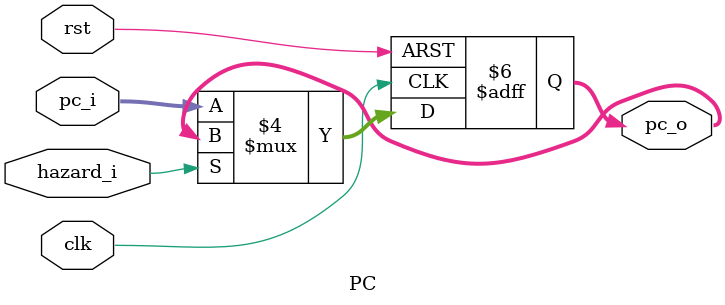
<source format=v>
module PC (
    input clk,
    input rst, // active low reset
    input hazard_i, // stall
    input [31:0] pc_i,
    output reg [31:0] pc_o
);

    // TODO: implement your program counter here
    always @(posedge clk or negedge rst) begin
        if (!rst) begin
            pc_o <= 0;
        end else begin
            if (hazard_i) begin
                pc_o <= pc_o;
            end else begin
                pc_o <= pc_i;
            end
        end
    end

endmodule

</source>
